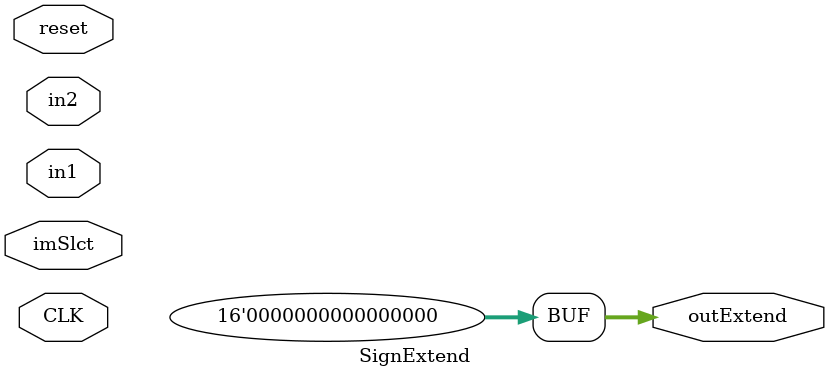
<source format=v>
`timescale 1ns / 1ps
module SignExtend(in1, in2,
    CLK,
    reset,
	 imSlct,
    outExtend
    );
	 input imSlct;
	 input CLK, reset;
	 input [11:0] in1;
	 input [9:0] in2;
	 output reg [15:0] outExtend;
	 reg [4:0] i;
	 reg temp[15:0];
	 reg currentstate;
	 reg nextstate;
	 always @ (reset) begin outExtend=0; end
	 always @ (posedge CLK) begin
		if(imSlct == 'b0) begin
			for (i=0;i<12;i=i+1) begin
				outExtend[i] = in1[i];
			end
			for (i=12;i<16;i=i+1) begin
				outExtend[i] = in1[11];
			end
		end
		else begin
			for (i=0;i<10;i=i+1) begin
				outExtend[i] = in2[i];
			end
			for (i=10;i<16;i=i+1) begin
				outExtend[i] = in2[9];
			end
		end
	 end
endmodule

</source>
